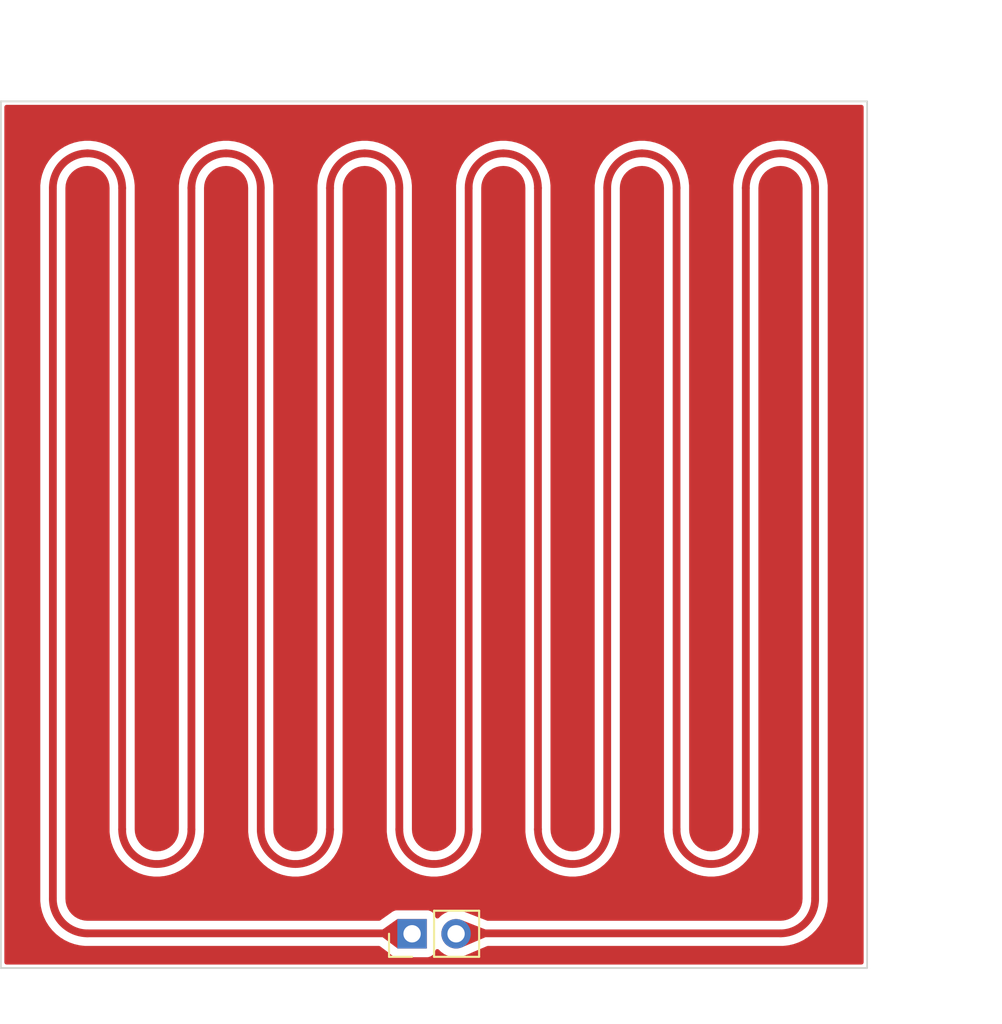
<source format=kicad_pcb>
(kicad_pcb (version 20221018) (generator pcbnew)
  (title_block (title "Reflow Hot-Plate Heatbed 50x50 mm") (date "2023-03-19") (rev "1.0.0") (company "I. Kajdan"))
  (layers (0 "F.Cu" signal) (31 "B.Cu" signal) (37 "F.SilkS" user "F.Silkscreen") (44 "Edge.Cuts" user))
  (net 0 "")
  (net 1 "Net-(J1-Pin_1)")
  (footprint "Connector_PinHeader_2.54mm:PinHeader_1x02_P2.54mm_Vertical" (layer "F.Cu") (at 144.735 127.025 90)
    (fp_text reference "J1" hide)
    (fp_text value "PWR")
    (fp_line (start -1.33 -1.33) (end 0 -1.33) (stroke (width 0.12)) (layer "F.SilkS"))
    (fp_line (start -1.33 0) (end -1.33 -1.33) (stroke (width 0.12)) (layer "F.SilkS"))
    (fp_line (start -1.33 1.27) (end -1.33 3.87) (stroke (width 0.12)) (layer "F.SilkS"))
    (fp_line (start -1.33 1.27) (end 1.33 1.27) (stroke (width 0.12)) (layer "F.SilkS"))
    (fp_line (start -1.33 3.87) (end 1.33 3.87) (stroke (width 0.12)) (layer "F.SilkS"))
    (fp_line (start 1.33 1.27) (end 1.33 3.87) (stroke (width 0.12)) (layer "F.SilkS"))
    (pad "1" thru_hole rect (at 0 0 90) (size 1.7 1.7) (drill 1) (layers "*.Cu" "*.Mask") (net 1 "Net-(J1-Pin_1)"))
    (pad "2" thru_hole oval (at 0 2.54 90) (size 1.7 1.7) (drill 1) (layers "*.Cu" "*.Mask") (net 1 "Net-(J1-Pin_1)"))
  )
  (gr_line (start 171 129) (end 121 129) (stroke (width 0.1)) (layer "Edge.Cuts"))
  (gr_line (start 121 129) (end 121 79) (stroke (width 0.1)) (layer "Edge.Cuts"))
  (gr_line (start 121 79) (end 171 79) (stroke (width 0.1)) (layer "Edge.Cuts"))
  (gr_line (start 171 79) (end 171 129) (stroke (width 0.1)) (layer "Edge.Cuts"))
  (segment (start 147.2875 127.0125) (end 147.275 127.025) (width 0.449) (layer "F.Cu") (net 1))
  (segment (start 125.999998 127) (end 144.692322 127) (width 0.449) (layer "F.Cu") (net 1))
  (segment (start 144 121.000001) (end 144 83.999998) (width 0.449) (layer "F.Cu") (net 1))
  (segment (start 164 83.999998) (end 164 121.000001) (width 0.449) (layer "F.Cu") (net 1))
  (segment (start 124 83.999998) (end 124 125.000001) (width 0.449) (layer "F.Cu") (net 1))
  (segment (start 160 83.999998) (end 160 121.000001) (width 0.449) (layer "F.Cu") (net 1))
  (segment (start 156 83.999998) (end 156 121.000001) (width 0.449) (layer "F.Cu") (net 1))
  (segment (start 140 121.000001) (end 140 83.999998) (width 0.449) (layer "F.Cu") (net 1))
  (segment (start 148 83.999998) (end 148 121.000001) (width 0.449) (layer "F.Cu") (net 1))
  (segment (start 128 121.000001) (end 128 83.999998) (width 0.449) (layer "F.Cu") (net 1))
  (segment (start 152 83.999998) (end 152 121.000001) (width 0.449) (layer "F.Cu") (net 1))
  (segment (start 144.7225 127.0125) (end 144.735 127.025) (width 0.449) (layer "F.Cu") (net 1))
  (segment (start 166.000001 127) (end 147.317677 127) (width 0.449) (layer "F.Cu") (net 1))
  (segment (start 132 121.000001) (end 132 83.999998) (width 0.449) (layer "F.Cu") (net 1))
  (segment (start 168 83.999998) (end 168 125.000001) (width 0.449) (layer "F.Cu") (net 1))
  (segment (start 136 121.000001) (end 136 83.999998) (width 0.449) (layer "F.Cu") (net 1))
  (arc (start 168 125.000001) (mid 167.414213 126.414213) (end 166.000001 127) (width 0.449) (layer "F.Cu") (net 1))
  (arc (start 147.317677 127) (mid 147.301345 127.003248) (end 147.2875 127.0125) (width 0.449) (layer "F.Cu") (net 1))
  (arc (start 124 125.000001) (mid 124.585785 126.414213) (end 125.999998 127) (width 0.449) (layer "F.Cu") (net 1))
  (arc (start 165.999998 82) (mid 164.585785 82.585785) (end 164 83.999998) (width 0.449) (layer "F.Cu") (net 1))
  (arc (start 140 121.000001) (mid 139.414213 122.414213) (end 138.000001 123) (width 0.449) (layer "F.Cu") (net 1))
  (arc (start 152 121.000001) (mid 152.585785 122.414213) (end 153.999998 123) (width 0.449) (layer "F.Cu") (net 1))
  (arc (start 128 83.999998) (mid 127.414213 82.585785) (end 126.000001 82) (width 0.449) (layer "F.Cu") (net 1))
  (arc (start 128 121.000001) (mid 128.585785 122.414213) (end 129.999998 123) (width 0.449) (layer "F.Cu") (net 1))
  (arc (start 133.999998 82) (mid 132.585785 82.585785) (end 132 83.999998) (width 0.449) (layer "F.Cu") (net 1))
  (arc (start 144 83.999998) (mid 143.414213 82.585785) (end 142.000001 82) (width 0.449) (layer "F.Cu") (net 1))
  (arc (start 142.000001 82) (mid 140.585786 82.585785) (end 140 83.999998) (width 0.449) (layer "F.Cu") (net 1))
  (arc (start 136 121.000001) (mid 136.585786 122.414213) (end 138.000001 123) (width 0.449) (layer "F.Cu") (net 1))
  (arc (start 160 121.000001) (mid 160.585785 122.414213) (end 161.999998 123) (width 0.449) (layer "F.Cu") (net 1))
  (arc (start 144.7225 127.0125) (mid 144.708654 127.003248) (end 144.692322 127) (width 0.449) (layer "F.Cu") (net 1))
  (arc (start 157.999998 82) (mid 156.585785 82.585785) (end 156 83.999998) (width 0.449) (layer "F.Cu") (net 1))
  (arc (start 152 83.999998) (mid 151.414213 82.585785) (end 150.000001 82) (width 0.449) (layer "F.Cu") (net 1))
  (arc (start 160 83.999998) (mid 159.414212 82.585785) (end 157.999998 82) (width 0.449) (layer "F.Cu") (net 1))
  (arc (start 156 121.000001) (mid 155.414212 122.414213) (end 153.999998 123) (width 0.449) (layer "F.Cu") (net 1))
  (arc (start 126.000001 82) (mid 124.585786 82.585785) (end 124 83.999998) (width 0.449) (layer "F.Cu") (net 1))
  (arc (start 168 83.999998) (mid 167.414212 82.585785) (end 165.999998 82) (width 0.449) (layer "F.Cu") (net 1))
  (arc (start 164 121.000001) (mid 163.414212 122.414213) (end 161.999998 123) (width 0.449) (layer "F.Cu") (net 1))
  (arc (start 144 121.000001) (mid 144.585786 122.414213) (end 146.000001 123) (width 0.449) (layer "F.Cu") (net 1))
  (arc (start 150.000001 82) (mid 148.585786 82.585785) (end 148 83.999998) (width 0.449) (layer "F.Cu") (net 1))
  (arc (start 148 121.000001) (mid 147.414213 122.414213) (end 146.000001 123) (width 0.449) (layer "F.Cu") (net 1))
  (arc (start 136 83.999998) (mid 135.414212 82.585785) (end 133.999998 82) (width 0.449) (layer "F.Cu") (net 1))
  (arc (start 132 121.000001) (mid 131.414212 122.414213) (end 129.999998 123) (width 0.449) (layer "F.Cu") (net 1))
  (zone (net 0) (net_name "") (layer "F.Cu") (connect_pads (clearance 0.5)) (min_thickness 0.25) (fill yes (thermal_gap 0.5) (thermal_bridge_width 0.5) (island_removal_mode 1) (island_area_min 10))
    (polygon (pts (xy 121 79) (xy 171 79) (xy 171 129) (xy 121 129)))
  )
)
</source>
